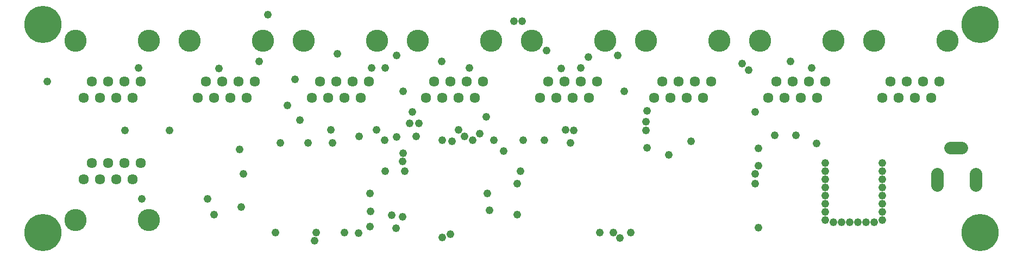
<source format=gbs>
G75*
%MOIN*%
%OFA0B0*%
%FSLAX24Y24*%
%IPPOS*%
%LPD*%
%AMOC8*
5,1,8,0,0,1.08239X$1,22.5*
%
%ADD10C,0.0634*%
%ADD11C,0.1360*%
%ADD12C,0.0780*%
%ADD13C,0.0480*%
%ADD14C,0.2280*%
D10*
X009083Y004704D03*
X010083Y004704D03*
X011083Y004704D03*
X012083Y004704D03*
X011583Y005704D03*
X012583Y005704D03*
X010583Y005704D03*
X009583Y005704D03*
X009083Y009704D03*
X010083Y009704D03*
X011083Y009704D03*
X012083Y009704D03*
X011583Y010704D03*
X012583Y010704D03*
X010583Y010704D03*
X009583Y010704D03*
X016083Y009704D03*
X017083Y009704D03*
X018083Y009704D03*
X019083Y009704D03*
X018583Y010704D03*
X017583Y010704D03*
X016583Y010704D03*
X019583Y010704D03*
X023083Y009704D03*
X024083Y009704D03*
X025083Y009704D03*
X026083Y009704D03*
X025583Y010704D03*
X026583Y010704D03*
X024583Y010704D03*
X023583Y010704D03*
X030083Y009704D03*
X031083Y009704D03*
X032083Y009704D03*
X033083Y009704D03*
X032583Y010704D03*
X031583Y010704D03*
X030583Y010704D03*
X033583Y010704D03*
X037083Y009704D03*
X038083Y009704D03*
X039083Y009704D03*
X040083Y009704D03*
X039583Y010704D03*
X040583Y010704D03*
X038583Y010704D03*
X037583Y010704D03*
X044083Y009704D03*
X045083Y009704D03*
X046083Y009704D03*
X047083Y009704D03*
X046583Y010704D03*
X045583Y010704D03*
X044583Y010704D03*
X047583Y010704D03*
X051083Y009704D03*
X052083Y009704D03*
X053083Y009704D03*
X054083Y009704D03*
X053583Y010704D03*
X054583Y010704D03*
X052583Y010704D03*
X051583Y010704D03*
X058083Y009704D03*
X059083Y009704D03*
X060083Y009704D03*
X061083Y009704D03*
X060583Y010704D03*
X059583Y010704D03*
X058583Y010704D03*
X061583Y010704D03*
D11*
X062083Y013204D03*
X057583Y013204D03*
X055083Y013204D03*
X050583Y013204D03*
X048083Y013204D03*
X043583Y013204D03*
X041083Y013204D03*
X036583Y013204D03*
X034083Y013204D03*
X029583Y013204D03*
X027083Y013204D03*
X022583Y013204D03*
X020083Y013204D03*
X015583Y013204D03*
X013083Y013204D03*
X008583Y013204D03*
X008583Y002204D03*
X013083Y002204D03*
D12*
X061440Y004354D02*
X061440Y005054D01*
X063802Y005054D02*
X063802Y004354D01*
X062951Y006633D02*
X062251Y006633D01*
D13*
X058083Y005704D03*
X058083Y005204D03*
X058083Y004704D03*
X058083Y004204D03*
X058083Y003704D03*
X058083Y003204D03*
X058083Y002704D03*
X058083Y002204D03*
X057583Y002079D03*
X057083Y002079D03*
X056583Y002079D03*
X056083Y002079D03*
X055583Y002079D03*
X055083Y002079D03*
X054583Y002204D03*
X054583Y002704D03*
X054583Y003204D03*
X054583Y003704D03*
X054583Y004204D03*
X054583Y004704D03*
X054583Y005204D03*
X054583Y005704D03*
X054033Y006904D03*
X052783Y007404D03*
X051483Y007404D03*
X050483Y006604D03*
X050483Y005554D03*
X050283Y005054D03*
X050283Y004454D03*
X044983Y006204D03*
X043633Y006654D03*
X046333Y007054D03*
X043583Y007704D03*
X043583Y008254D03*
X043633Y008904D03*
X042233Y010104D03*
X038383Y011504D03*
X039583Y011554D03*
X040033Y012204D03*
X041833Y012304D03*
X037483Y012604D03*
X032733Y011554D03*
X031033Y011954D03*
X028283Y012304D03*
X027583Y011554D03*
X026733Y011554D03*
X024633Y012404D03*
X019833Y011954D03*
X017383Y011504D03*
X022033Y010854D03*
X021583Y009254D03*
X022333Y008354D03*
X024233Y007754D03*
X025983Y007354D03*
X027033Y007754D03*
X028283Y007304D03*
X027533Y007104D03*
X028683Y006304D03*
X028633Y005804D03*
X028783Y005204D03*
X027583Y005204D03*
X026633Y003854D03*
X026683Y002754D03*
X027983Y002504D03*
X028633Y002404D03*
X028233Y001704D03*
X026633Y001804D03*
X025933Y001404D03*
X025083Y001454D03*
X023333Y001454D03*
X023233Y000954D03*
X020833Y001454D03*
X017083Y002554D03*
X018733Y003004D03*
X016683Y003504D03*
X012633Y003504D03*
X018883Y005054D03*
X018633Y006554D03*
X021133Y006954D03*
X022833Y006954D03*
X024333Y006954D03*
X029083Y008154D03*
X029633Y008154D03*
X029483Y007354D03*
X031083Y007104D03*
X031683Y007054D03*
X032433Y007354D03*
X033383Y007504D03*
X032933Y007104D03*
X034233Y007104D03*
X036033Y007104D03*
X037333Y007104D03*
X038933Y006954D03*
X039133Y007704D03*
X038633Y007754D03*
X034833Y006454D03*
X035883Y005204D03*
X035683Y004454D03*
X033833Y003854D03*
X033983Y002804D03*
X035683Y002554D03*
X031583Y001354D03*
X031083Y001154D03*
X040733Y001454D03*
X041583Y001454D03*
X041983Y001104D03*
X042633Y001454D03*
X050483Y001754D03*
X032083Y007754D03*
X033783Y008554D03*
X029233Y008854D03*
X028683Y010104D03*
X035483Y014404D03*
X035983Y014404D03*
X049483Y011804D03*
X049883Y011404D03*
X052433Y011954D03*
X053733Y011554D03*
X050283Y008854D03*
X020383Y014804D03*
X012433Y011554D03*
X006833Y010704D03*
X011613Y007704D03*
X014333Y007704D03*
D14*
X006583Y001454D03*
X006583Y014204D03*
X064083Y014204D03*
X064083Y001454D03*
M02*

</source>
